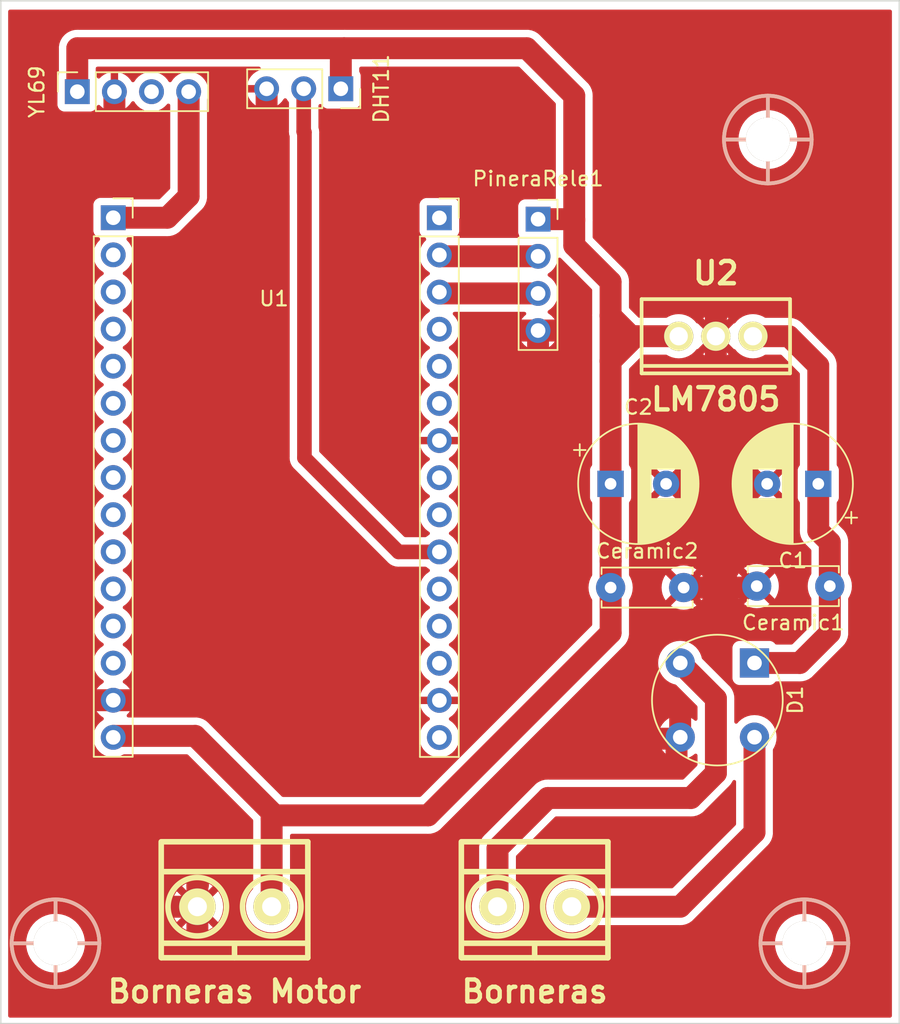
<source format=kicad_pcb>
(kicad_pcb (version 20211014) (generator pcbnew)
  (title_block (title "Blumentoph") (date "2022-05-06"))
  (layers (0 "F.Cu" signal) (31 "B.Cu" signal) (34 "B.Paste" user) (35 "F.Paste" user) (36 "B.SilkS" user "B.Silkscreen") (37 "F.SilkS" user "F.Silkscreen") (38 "B.Mask" user) (39 "F.Mask" user) (44 "Edge.Cuts" user))
  (net 0 "")
  (net 1 "Net-(D1-Pad2)")
  (net 2 "GPIO4")
  (net 3 "A0")
  (net 4 "GND")
  (net 5 "+5V")
  (net 6 "Net-(D1-Pad4)")
  (net 7 "Net-(DHT11-Pad2)")
  (net 8 "Net-(C1-Pad1)")
  (net 22 "GPIO5")
  (footprint "EESTN5:Separador_M3_10mm" (layer "F.Cu") (at 181 115.5)
    (fp_text reference "Agujeros_de_Sujecion1" hide)
    (fp_text value "Mounting_Hole" hide)
    (fp_line (start -3 0) (end 3 0) (layer "B.SilkS") (width 0.254))
    (fp_line (start 0 -3) (end 0 3) (layer "B.SilkS") (width 0.254))
    (fp_circle (center 0 0) (end 3 0) (layer "B.SilkS") (width 0.254) (fill none))
    (fp_line (start 0 -3) (end 0 3) (layer "F.SilkS") (width 0.254))
    (fp_line (start -3 0) (end 3 0) (layer "F.SilkS") (width 0.254))
    (fp_circle (center 0 0) (end 3 0) (layer "F.SilkS") (width 0.254) (fill none))
    (pad "1" thru_hole circle locked (at 0 0) (size 3 3) (drill 3) (layers *.Cu "F.SilkS"))
  )
  (footprint "Connector_PinSocket_2.54mm:PinSocket_1x04_P2.54mm_Vertical" (layer "F.Cu") (at 131.24 57.225 90)
    (fp_text reference "YL69" (at 0 -2.77 90) (layer "F.SilkS"))
    (fp_text value "YL69")
    (fp_line (start 0 -1.33) (end 1.33 -1.33) (layer "F.SilkS") (width 0.12))
    (fp_line (start 1.33 1.27) (end 1.33 8.95) (layer "F.SilkS") (width 0.12))
    (fp_line (start -1.33 1.27) (end -1.33 8.95) (layer "F.SilkS") (width 0.12))
    (fp_line (start -1.33 8.95) (end 1.33 8.95) (layer "F.SilkS") (width 0.12))
    (fp_line (start -1.33 1.27) (end 1.33 1.27) (layer "F.SilkS") (width 0.12))
    (fp_line (start 1.33 -1.33) (end 1.33 0) (layer "F.SilkS") (width 0.12))
    (pad "1" thru_hole rect (at 0 0 90) (size 1.7 1.7) (drill 1) (layers *.Cu *.Mask) (net 5 "+5V"))
    (pad "2" thru_hole oval (at 0 2.54 90) (size 1.7 1.7) (drill 1) (layers *.Cu *.Mask) (net 4 "GND"))
    (pad "3" thru_hole oval (at 0 5.08 90) (size 1.7 1.7) (drill 1) (layers *.Cu *.Mask))
    (pad "4" thru_hole oval (at 0 7.62 90) (size 1.7 1.7) (drill 1) (layers *.Cu *.Mask) (net 3 "A0"))
  )
  (footprint "EESTN6:BORNERA2_AZUL" (layer "F.Cu") (at 162.54 113)
    (fp_text reference "J1" hide)
    (fp_text value "Borneras" (at 0 5.8) (layer "F.SilkS") (effects (font (size 1.5 1.5) (thickness 0.3))))
    (fp_line (start 5.0165 3.4925) (end 5.0165 -4.445) (layer "F.SilkS") (width 0.381))
    (fp_line (start -5 2.5) (end 5 2.5) (layer "F.SilkS") (width 0.381))
    (fp_line (start -4.9835 3.4925) (end 5.0165 3.4925) (layer "F.SilkS") (width 0.381))
    (fp_line (start -5.0165 -4.445) (end -5.0165 3.4925) (layer "F.SilkS") (width 0.381))
    (fp_line (start -5 -2.4) (end 5 -2.4) (layer "F.SilkS") (width 0.381))
    (fp_line (start 0 2.54) (end 0 3.4845) (layer "F.SilkS") (width 0.381))
    (fp_line (start 5.0165 -4.445) (end -4.9835 -4.445) (layer "F.SilkS") (width 0.381))
    (fp_circle (center 2.55 0) (end 0.55 0) (layer "F.SilkS") (width 0.381) (fill none))
    (fp_circle (center -2.55 0) (end -0.55 0) (layer "F.SilkS") (width 0.381) (fill none))
    (pad "1" thru_hole circle locked (at -2.54 0) (size 2.5 2.5) (drill 1.3) (layers *.Cu *.Mask "F.SilkS") (net 1 "Net-(D1-Pad2)"))
    (pad "2" thru_hole circle locked (at 2.54 0) (size 2.5 2.5) (drill 1.3) (layers *.Cu *.Mask "F.SilkS") (net 6 "Net-(D1-Pad4)"))
  )
  (footprint "Capacitor_THT:C_Disc_D6.0mm_W2.5mm_P5.00mm" (layer "F.Cu") (at 167.74 91.16)
    (fp_text reference "Ceramic2" (at 2.5 -2.5) (layer "F.SilkS"))
    (fp_text value "100n")
    (fp_line (start -0.62 -1.37) (end -0.62 -0.925) (layer "F.SilkS") (width 0.12))
    (fp_line (start 5.62 0.925) (end 5.62 1.37) (layer "F.SilkS") (width 0.12))
    (fp_line (start 5.62 -1.37) (end 5.62 -0.925) (layer "F.SilkS") (width 0.12))
    (fp_line (start -0.62 1.37) (end 5.62 1.37) (layer "F.SilkS") (width 0.12))
    (fp_line (start -0.62 0.925) (end -0.62 1.37) (layer "F.SilkS") (width 0.12))
    (fp_line (start -0.62 -1.37) (end 5.62 -1.37) (layer "F.SilkS") (width 0.12))
    (pad "2" thru_hole circle locked (at 0 0) (size 2 2) (drill 0.8) (layers *.Cu *.Mask) (net 5 "+5V"))
    (pad "2" thru_hole circle locked (at 5 0) (size 2 2) (drill 0.8) (layers *.Cu *.Mask) (net 4 "GND"))
  )
  (footprint "EESTN6:Diode_Bridge_Round_D8.9mm" (layer "F.Cu") (at 175.046326 98.86 -90)
    (fp_text reference "D1" (at 0 -5.334 90) (layer "F.SilkS"))
    (fp_text value "Puente de Diodos" hide)
    (fp_arc (start -2.54 -3.683) (mid 2.54 3.683) (end -2.54 -3.683) (layer "F.SilkS") (width 0.12))
    (pad "1" thru_hole rect locked (at -2.54 -2.54 270) (size 2 2) (drill 1) (layers *.Cu *.Mask) (net 8 "Net-(C1-Pad1)"))
    (pad "2" thru_hole oval locked (at -2.54 2.54 270) (size 2 2) (drill 1) (layers *.Cu *.Mask) (net 1 "Net-(D1-Pad2)"))
    (pad "3" thru_hole oval locked (at 2.54 2.54 270) (size 2 2) (drill 1) (layers *.Cu *.Mask) (net 4 "GND"))
    (pad "4" thru_hole oval locked (at 2.54 -2.54 270) (size 2 2) (drill 1) (layers *.Cu *.Mask) (net 6 "Net-(D1-Pad4)"))
  )
  (footprint "EESTN5:Separador_M3_10mm" (layer "F.Cu") (at 178.5 60.5)
    (fp_text reference "Agujeros_de_Sujecion3" hide)
    (fp_text value "Mounting_Hole" hide)
    (fp_line (start -3 0) (end 3 0) (layer "B.SilkS") (width 0.254))
    (fp_line (start 0 -3) (end 0 3) (layer "B.SilkS") (width 0.254))
    (fp_circle (center 0 0) (end 3 0) (layer "B.SilkS") (width 0.254) (fill none))
    (fp_line (start 0 -3) (end 0 3) (layer "F.SilkS") (width 0.254))
    (fp_line (start -3 0) (end 3 0) (layer "F.SilkS") (width 0.254))
    (fp_circle (center 0 0) (end 3 0) (layer "F.SilkS") (width 0.254) (fill none))
    (pad "1" thru_hole circle locked (at 0 0) (size 3 3) (drill 3) (layers *.Cu "F.SilkS"))
  )
  (footprint "Capacitor_THT:CP_Radial_D8.0mm_P3.50mm" (layer "F.Cu") (at 181.952651 84.06 180)
    (fp_text reference "C1" (at 1.75 -5.25) (layer "F.SilkS"))
    (fp_text value "220u")
    (fp_line (start 3.951 -3.444) (end 3.951 -1.04) (layer "F.SilkS") (width 0.12))
    (fp_line (start 3.071 1.04) (end 3.071 3.863) (layer "F.SilkS") (width 0.12))
    (fp_line (start 4.511 -3.019) (end 4.511 -1.04) (layer "F.SilkS") (width 0.12))
    (fp_line (start 2.27 -4.048) (end 2.27 4.048) (layer "F.SilkS") (width 0.12))
    (fp_line (start 3.391 -3.74) (end 3.391 -1.04) (layer "F.SilkS") (width 0.12))
    (fp_line (start 2.39 -4.03) (end 2.39 4.03) (layer "F.SilkS") (width 0.12))
    (fp_line (start 4.511 1.04) (end 4.511 3.019) (layer "F.SilkS") (width 0.12))
    (fp_line (start 5.231 -2.166) (end 5.231 2.166) (layer "F.SilkS") (width 0.12))
    (fp_line (start 3.431 1.04) (end 3.431 3.722) (layer "F.SilkS") (width 0.12))
    (fp_line (start 4.471 -3.055) (end 4.471 -1.04) (layer "F.SilkS") (width 0.12))
    (fp_line (start 2.791 -3.947) (end 2.791 -1.04) (layer "F.SilkS") (width 0.12))
    (fp_line (start 4.951 -2.556) (end 4.951 2.556) (layer "F.SilkS") (width 0.12))
    (fp_line (start 5.471 -1.731) (end 5.471 1.731) (layer "F.SilkS") (width 0.12))
    (fp_line (start 4.271 -3.22) (end 4.271 -1.04) (layer "F.SilkS") (width 0.12))
    (fp_line (start 4.551 -2.983) (end 4.551 2.983) (layer "F.SilkS") (width 0.12))
    (fp_line (start 4.311 -3.189) (end 4.311 -1.04) (layer "F.SilkS") (width 0.12))
    (fp_line (start 2.991 -3.889) (end 2.991 -1.04) (layer "F.SilkS") (width 0.12))
    (fp_line (start 3.311 1.04) (end 3.311 3.774) (layer "F.SilkS") (width 0.12))
    (fp_line (start 5.631 -1.346) (end 5.631 1.346) (layer "F.SilkS") (width 0.12))
    (fp_line (start 5.111 -2.345) (end 5.111 2.345) (layer "F.SilkS") (width 0.12))
    (fp_line (start 4.191 1.04) (end 4.191 3.28) (layer "F.SilkS") (width 0.12))
    (fp_line (start 2.511 -4.01) (end 2.511 -1.04) (layer "F.SilkS") (width 0.12))
    (fp_line (start 3.111 -3.85) (end 3.111 -1.04) (layer "F.SilkS") (width 0.12))
    (fp_line (start 3.431 -3.722) (end 3.431 -1.04) (layer "F.SilkS") (width 0.12))
    (fp_line (start 3.551 -3.666) (end 3.551 -1.04) (layer "F.SilkS") (width 0.12))
    (fp_line (start 2.751 -3.957) (end 2.751 -1.04) (layer "F.SilkS") (width 0.12))
    (fp_line (start 3.471 -3.704) (end 3.471 -1.04) (layer "F.SilkS") (width 0.12))
    (fp_line (start 3.031 1.04) (end 3.031 3.877) (layer "F.SilkS") (width 0.12))
    (fp_line (start 4.031 1.04) (end 4.031 3.392) (layer "F.SilkS") (width 0.12))
    (fp_line (start -2.259698 -2.715) (end -2.259698 -1.915) (layer "F.SilkS") (width 0.12))
    (fp_line (start 3.711 -3.584) (end 3.711 -1.04) (layer "F.SilkS") (width 0.12))
    (fp_line (start 4.151 1.04) (end 4.151 3.309) (layer "F.SilkS") (width 0.12))
    (fp_line (start 2.871 1.04) (end 2.871 3.925) (layer "F.SilkS") (width 0.12))
    (fp_line (start 4.831 -2.697) (end 4.831 2.697) (layer "F.SilkS") (width 0.12))
    (fp_line (start 3.991 1.04) (end 3.991 3.418) (layer "F.SilkS") (width 0.12))
    (fp_line (start 4.351 1.04) (end 4.351 3.156) (layer "F.SilkS") (width 0.12))
    (fp_line (start 1.83 -4.08) (end 1.83 4.08) (layer "F.SilkS") (width 0.12))
    (fp_line (start 4.591 -2.945) (end 4.591 2.945) (layer "F.SilkS") (width 0.12))
    (fp_line (start 3.751 1.04) (end 3.751 3.562) (layer "F.SilkS") (width 0.12))
    (fp_line (start 3.911 1.04) (end 3.911 3.469) (layer "F.SilkS") (width 0.12))
    (fp_line (start 4.631 -2.907) (end 4.631 2.907) (layer "F.SilkS") (width 0.12))
    (fp_line (start 3.591 -3.647) (end 3.591 -1.04) (layer "F.SilkS") (width 0.12))
    (fp_line (start 4.871 -2.651) (end 4.871 2.651) (layer "F.SilkS") (width 0.12))
    (fp_line (start 4.751 -2.784) (end 4.751 2.784) (layer "F.SilkS") (width 0.12))
    (fp_line (start 2.711 -3.967) (end 2.711 -1.04) (layer "F.SilkS") (width 0.12))
    (fp_line (start 3.831 1.04) (end 3.831 3.517) (layer "F.SilkS") (width 0.12))
    (fp_line (start 2.591 -3.994) (end 2.591 -1.04) (layer "F.SilkS") (width 0.12))
    (fp_line (start 5.351 -1.964) (end 5.351 1.964) (layer "F.SilkS") (width 0.12))
    (fp_line (start 3.151 1.04) (end 3.151 3.835) (layer "F.SilkS") (width 0.12))
    (fp_line (start 3.991 -3.418) (end 3.991 -1.04) (layer "F.SilkS") (width 0.12))
    (fp_line (start 3.511 1.04) (end 3.511 3.686) (layer "F.SilkS") (width 0.12))
    (fp_line (start 3.671 1.04) (end 3.671 3.606) (layer "F.SilkS") (width 0.12))
    (fp_line (start 1.79 -4.08) (end 1.79 4.08) (layer "F.SilkS") (width 0.12))
    (fp_line (start 4.991 -2.505) (end 4.991 2.505) (layer "F.SilkS") (width 0.12))
    (fp_line (start 1.95 -4.076) (end 1.95 4.076) (layer "F.SilkS") (width 0.12))
    (fp_line (start 4.431 1.04) (end 4.431 3.09) (layer "F.SilkS") (width 0.12))
    (fp_line (start 3.791 -3.54) (end 3.791 -1.04) (layer "F.SilkS") (width 0.12))
    (fp_line (start 2.911 1.04) (end 2.911 3.914) (layer "F.SilkS") (width 0.12))
    (fp_line (start 2.03 -4.071) (end 2.03 4.071) (layer "F.SilkS") (width 0.12))
    (fp_line (start 2.591 1.04) (end 2.591 3.994) (layer "F.SilkS") (width 0.12))
    (fp_line (start 2.831 1.04) (end 2.831 3.936) (layer "F.SilkS") (width 0.12))
    (fp_line (start 5.591 -1.453) (end 5.591 1.453) (layer "F.SilkS") (width 0.12))
    (fp_line (start 4.911 -2.604) (end 4.911 2.604) (layer "F.SilkS") (width 0.12))
    (fp_line (start 2.631 1.04) (end 2.631 3.985) (layer "F.SilkS") (width 0.12))
    (fp_line (start 3.871 1.04) (end 3.871 3.493) (layer "F.SilkS") (width 0.12))
    (fp_line (start 3.471 1.04) (end 3.471 3.704) (layer "F.SilkS") (width 0.12))
    (fp_line (start 4.071 -3.365) (end 4.071 -1.04) (layer "F.SilkS") (width 0.12))
    (fp_line (start 2.711 1.04) (end 2.711 3.967) (layer "F.SilkS") (width 0.12))
    (fp_line (start 5.511 -1.645) (end 5.511 1.645) (layer "F.SilkS") (width 0.12))
    (fp_line (start 5.311 -2.034) (end 5.311 2.034) (layer "F.SilkS") (width 0.12))
    (fp_line (start 2.23 -4.052) (end 2.23 4.052) (layer "F.SilkS") (width 0.12))
    (fp_line (start 2.951 1.04) (end 2.951 3.902) (layer "F.SilkS") (width 0.12))
    (fp_line (start 4.111 1.04) (end 4.111 3.338) (layer "F.SilkS") (width 0.12))
    (fp_line (start 2.951 -3.902) (end 2.951 -1.04) (layer "F.SilkS") (width 0.12))
    (fp_line (start 4.191 -3.28) (end 4.191 -1.04) (layer "F.SilkS") (width 0.12))
    (fp_line (start 3.351 1.04) (end 3.351 3.757) (layer "F.SilkS") (width 0.12))
    (fp_line (start 2.631 -3.985) (end 2.631 -1.04) (layer "F.SilkS") (width 0.12))
    (fp_line (start 4.711 -2.826) (end 4.711 2.826) (layer "F.SilkS") (width 0.12))
    (fp_line (start 4.391 1.04) (end 4.391 3.124) (layer "F.SilkS") (width 0.12))
    (fp_line (start 3.351 -3.757) (end 3.351 -1.04) (layer "F.SilkS") (width 0.12))
    (fp_line (start 5.031 -2.454) (end 5.031 2.454) (layer "F.SilkS") (width 0.12))
    (fp_line (start 3.231 1.04) (end 3.231 3.805) (layer "F.SilkS") (width 0.12))
    (fp_line (start 3.671 -3.606) (end 3.671 -1.04) (layer "F.SilkS") (width 0.12))
    (fp_line (start 4.311 1.04) (end 4.311 3.189) (layer "F.SilkS") (width 0.12))
    (fp_line (start 1.91 -4.077) (end 1.91 4.077) (layer "F.SilkS") (width 0.12))
    (fp_line (start 5.391 -1.89) (end 5.391 1.89) (layer "F.SilkS") (width 0.12))
    (fp_line (start 2.751 1.04) (end 2.751 3.957) (layer "F.SilkS") (width 0.12))
    (fp_line (start 5.071 -2.4) (end 5.071 2.4) (layer "F.SilkS") (width 0.12))
    (fp_line (start 3.831 -3.517) (end 3.831 -1.04) (layer "F.SilkS") (width 0.12))
    (fp_line (start 4.031 -3.392) (end 4.031 -1.04) (layer "F.SilkS") (width 0.12))
    (fp_line (start 4.671 -2.867) (end 4.671 2.867) (layer "F.SilkS") (width 0.12))
    (fp_line (start 4.111 -3.338) (end 4.111 -1.04) (layer "F.SilkS") (width 0.12))
    (fp_line (start 5.831 -0.533) (end 5.831 0.533) (layer "F.SilkS") (width 0.12))
    (fp_line (start 4.391 -3.124) (end 4.391 -1.04) (layer "F.SilkS") (width 0.12))
    (fp_line (start 1.75 -4.08) (end 1.75 4.08) (layer "F.SilkS") (width 0.12))
    (fp_line (start 5.431 -1.813) (end 5.431 1.813) (layer "F.SilkS") (width 0.12))
    (fp_line (start 1.87 -4.079) (end 1.87 4.079) (layer "F.SilkS") (width 0.12))
    (fp_line (start 4.231 1.04) (end 4.231 3.25) (layer "F.SilkS") (width 0.12))
    (fp_line (start 5.191 -2.228) (end 5.191 2.228) (layer "F.SilkS") (width 0.12))
    (fp_line (start 2.43 -4.024) (end 2.43 4.024) (layer "F.SilkS") (width 0.12))
    (fp_line (start 3.231 -3.805) (end 3.231 -1.04) (layer "F.SilkS") (width 0.12))
    (fp_line (start 2.871 -3.925) (end 2.871 -1.04) (layer "F.SilkS") (width 0.12))
    (fp_line (start 2.671 -3.976) (end 2.671 -1.04) (layer "F.SilkS") (width 0.12))
    (fp_line (start 4.231 -3.25) (end 4.231 -1.04) (layer "F.SilkS") (width 0.12))
    (fp_line (start 3.511 -3.686) (end 3.511 -1.04) (layer "F.SilkS") (width 0.12))
    (fp_line (start 2.511 1.04) (end 2.511 4.01) (layer "F.SilkS") (width 0.12))
    (fp_line (start 2.35 -4.037) (end 2.35 4.037) (layer "F.SilkS") (width 0.12))
    (fp_line (start 4.071 1.04) (end 4.071 3.365) (layer "F.SilkS") (width 0.12))
    (fp_line (start 5.671 -1.229) (end 5.671 1.229) (layer "F.SilkS") (width 0.12))
    (fp_line (start 3.391 1.04) (end 3.391 3.74) (layer "F.SilkS") (width 0.12))
    (fp_line (start 3.791 1.04) (end 3.791 3.54) (layer "F.SilkS") (width 0.12))
    (fp_line (start 3.071 -3.863) (end 3.071 -1.04) (layer "F.SilkS") (width 0.12))
    (fp_line (start 2.19 -4.057) (end 2.19 4.057) (layer "F.SilkS") (width 0.12))
    (fp_line (start 5.711 -1.098) (end 5.711 1.098) (layer "F.SilkS") (width 0.12))
    (fp_line (start 4.431 -3.09) (end 4.431 -1.04) (layer "F.SilkS") (width 0.12))
    (fp_line (start 3.911 -3.469) (end 3.911 -1.04) (layer "F.SilkS") (width 0.12))
    (fp_line (start 5.151 -2.287) (end 5.151 2.287) (layer "F.SilkS") (width 0.12))
    (fp_line (start 2.831 -3.936) (end 2.831 -1.04) (layer "F.SilkS") (width 0.12))
    (fp_line (start 3.551 1.04) (end 3.551 3.666) (layer "F.SilkS") (width 0.12))
    (fp_line (start 3.711 1.04) (end 3.711 3.584) (layer "F.SilkS") (width 0.12))
    (fp_line (start 2.671 1.04) (end 2.671 3.976) (layer "F.SilkS") (width 0.12))
    (fp_line (start 2.471 1.04) (end 2.471 4.017) (layer "F.SilkS") (width 0.12))
    (fp_line (start 2.991 1.04) (end 2.991 3.889) (layer "F.SilkS") (width 0.12))
    (fp_line (start 2.07 -4.068) (end 2.07 4.068) (layer "F.SilkS") (width 0.12))
    (fp_line (start 2.551 -4.002) (end 2.551 -1.04) (layer "F.SilkS") (width 0.12))
    (fp_line (start 2.31 -4.042) (end 2.31 4.042) (layer "F.SilkS") (width 0.12))
    (fp_line (start 1.99 -4.074) (end 1.99 4.074) (layer "F.SilkS") (width 0.12))
    (fp_line (start 3.271 1.04) (end 3.271 3.79) (layer "F.SilkS") (width 0.12))
    (fp_line (start 2.791 1.04) (end 2.791 3.947) (layer "F.SilkS") (width 0.12))
    (fp_line (start 5.271 -2.102) (end 5.271 2.102) (layer "F.SilkS") (width 0.12))
    (fp_line (start 3.111 1.04) (end 3.111 3.85) (layer "F.SilkS") (width 0.12))
    (fp_line (start -2.659698 -2.315) (end -1.859698 -2.315) (layer "F.SilkS") (width 0.12))
    (fp_line (start 4.271 1.04) (end 4.271 3.22) (layer "F.SilkS") (width 0.12))
    (fp_line (start 4.151 -3.309) (end 4.151 -1.04) (layer "F.SilkS") (width 0.12))
    (fp_line (start 4.791 -2.741) (end 4.791 2.741) (layer "F.SilkS") (width 0.12))
    (fp_line (start 2.551 1.04) (end 2.551 4.002) (layer "F.SilkS") (width 0.12))
    (fp_line (start 2.11 -4.065) (end 2.11 4.065) (layer "F.SilkS") (width 0.12))
    (fp_line (start 5.551 -1.552) (end 5.551 1.552) (layer "F.SilkS") (width 0.12))
    (fp_line (start 3.591 1.04) (end 3.591 3.647) (layer "F.SilkS") (width 0.12))
    (fp_line (start 5.791 -0.768) (end 5.791 0.768) (layer "F.SilkS") (width 0.12))
    (fp_line (start 3.631 1.04) (end 3.631 3.627) (layer "F.SilkS") (width 0.12))
    (fp_line (start 3.871 -3.493) (end 3.871 -1.04) (layer "F.SilkS") (width 0.12))
    (fp_line (start 3.191 -3.821) (end 3.191 -1.04) (layer "F.SilkS") (width 0.12))
    (fp_line (start 2.471 -4.017) (end 2.471 -1.04) (layer "F.SilkS") (width 0.12))
    (fp_line (start 4.471 1.04) (end 4.471 3.055) (layer "F.SilkS") (width 0.12))
    (fp_line (start 4.351 -3.156) (end 4.351 -1.04) (layer "F.SilkS") (width 0.12))
    (fp_line (start 3.031 -3.877) (end 3.031 -1.04) (layer "F.SilkS") (width 0.12))
    (fp_line (start 3.271 -3.79) (end 3.271 -1.04) (layer "F.SilkS") (width 0.12))
    (fp_line (start 3.751 -3.562) (end 3.751 -1.04) (layer "F.SilkS") (width 0.12))
    (fp_line (start 2.15 -4.061) (end 2.15 4.061) (layer "F.SilkS") (width 0.12))
    (fp_line (start 3.631 -3.627) (end 3.631 -1.04) (layer "F.SilkS") (width 0.12))
    (fp_line (start 3.951 1.04) (end 3.951 3.444) (layer "F.SilkS") (width 0.12))
    (fp_line (start 3.151 -3.835) (end 3.151 -1.04) (layer "F.SilkS") (width 0.12))
    (fp_line (start 2.911 -3.914) (end 2.911 -1.04) (layer "F.SilkS") (width 0.12))
    (fp_line (start 3.311 -3.774) (end 3.311 -1.04) (layer "F.SilkS") (width 0.12))
    (fp_line (start 3.191 1.04) (end 3.191 3.821) (layer "F.SilkS") (width 0.12))
    (fp_line (start 5.751 -0.948) (end 5.751 0.948) (layer "F.SilkS") (width 0.12))
    (fp_circle (center 1.75 0) (end 5.87 0) (layer "F.SilkS") (width 0.12) (fill none))
    (pad "1" thru_hole rect locked (at 0 0 180) (size 1.8 1.8) (drill 0.8) (layers *.Cu *.Mask) (net 8 "Net-(C1-Pad1)"))
    (pad "2" thru_hole circle locked (at 3.5 0 180) (size 1.8 1.8) (drill 0.8) (layers *.Cu *.Mask) (net 4 "GND"))
  )
  (footprint "Capacitor_THT:CP_Radial_D8.0mm_P3.80mm" (layer "F.Cu") (at 167.737349 84.06)
    (fp_text reference "C2" (at 1.9 -5.25) (layer "F.SilkS"))
    (fp_text value "100u")
    (fp_line (start 3.581 -3.722) (end 3.581 -1.04) (layer "F.SilkS") (width 0.12))
    (fp_line (start 2.941 -3.947) (end 2.941 -1.04) (layer "F.SilkS") (width 0.12))
    (fp_line (start 3.421 -3.79) (end 3.421 -1.04) (layer "F.SilkS") (width 0.12))
    (fp_line (start 4.301 1.04) (end 4.301 3.309) (layer "F.SilkS") (width 0.12))
    (fp_line (start 5.341 -2.228) (end 5.341 2.228) (layer "F.SilkS") (width 0.12))
    (fp_line (start 4.301 -3.309) (end 4.301 -1.04) (layer "F.SilkS") (width 0.12))
    (fp_line (start 4.581 1.04) (end 4.581 3.09) (layer "F.SilkS") (width 0.12))
    (fp_line (start 3.421 1.04) (end 3.421 3.79) (layer "F.SilkS") (width 0.12))
    (fp_line (start 4.861 -2.826) (end 4.861 2.826) (layer "F.SilkS") (width 0.12))
    (fp_line (start 4.101 -3.444) (end 4.101 -1.04) (layer "F.SilkS") (width 0.12))
    (fp_line (start 3.581 1.04) (end 3.581 3.722) (layer "F.SilkS") (width 0.12))
    (fp_line (start 5.221 -2.4) (end 5.221 2.4) (layer "F.SilkS") (width 0.12))
    (fp_line (start -2.509698 -2.315) (end -1.709698 -2.315) (layer "F.SilkS") (width 0.12))
    (fp_line (start 5.901 -0.948) (end 5.901 0.948) (layer "F.SilkS") (width 0.12))
    (fp_line (start 3.621 1.04) (end 3.621 3.704) (layer "F.SilkS") (width 0.12))
    (fp_line (start 4.421 -3.22) (end 4.421 -1.04) (layer "F.SilkS") (width 0.12))
    (fp_line (start 4.021 1.04) (end 4.021 3.493) (layer "F.SilkS") (width 0.12))
    (fp_line (start 3.981 1.04) (end 3.981 3.517) (layer "F.SilkS") (width 0.12))
    (fp_line (start 2.26 -4.065) (end 2.26 4.065) (layer "F.SilkS") (width 0.12))
    (fp_line (start 3.501 -3.757) (end 3.501 -1.04) (layer "F.SilkS") (width 0.12))
    (fp_line (start 5.101 -2.556) (end 5.101 2.556) (layer "F.SilkS") (width 0.12))
    (fp_line (start 2.14 -4.074) (end 2.14 4.074) (layer "F.SilkS") (width 0.12))
    (fp_line (start 3.341 1.04) (end 3.341 3.821) (layer "F.SilkS") (width 0.12))
    (fp_line (start 4.741 1.04) (end 4.741 2.945) (layer "F.SilkS") (width 0.12))
    (fp_line (start 3.661 -3.686) (end 3.661 -1.04) (layer "F.SilkS") (width 0.12))
    (fp_line (start 3.181 1.04) (end 3.181 3.877) (layer "F.SilkS") (width 0.12))
    (fp_line (start 4.821 1.04) (end 4.821 2.867) (layer "F.SilkS") (width 0.12))
    (fp_line (start 2.621 -4.017) (end 2.621 4.017) (layer "F.SilkS") (width 0.12))
    (fp_line (start 2.58 -4.024) (end 2.58 4.024) (layer "F.SilkS") (width 0.12))
    (fp_line (start 5.701 -1.552) (end 5.701 1.552) (layer "F.SilkS") (width 0.12))
    (fp_line (start 3.701 1.04) (end 3.701 3.666) (layer "F.SilkS") (width 0.12))
    (fp_line (start 3.221 1.04) (end 3.221 3.863) (layer "F.SilkS") (width 0.12))
    (fp_line (start 4.381 -3.25) (end 4.381 -1.04) (layer "F.SilkS") (width 0.12))
    (fp_line (start 5.181 -2.454) (end 5.181 2.454) (layer "F.SilkS") (width 0.12))
    (fp_line (start 4.741 -2.945) (end 4.741 -1.04) (layer "F.SilkS") (width 0.12))
    (fp_line (start 3.941 -3.54) (end 3.941 -1.04) (layer "F.SilkS") (width 0.12))
    (fp_line (start 3.661 1.04) (end 3.661 3.686) (layer "F.SilkS") (width 0.12))
    (fp_line (start 4.061 1.04) (end 4.061 3.469) (layer "F.SilkS") (width 0.12))
    (fp_line (start 3.861 -3.584) (end 3.861 -1.04) (layer "F.SilkS") (width 0.12))
    (fp_line (start 3.061 -3.914) (end 3.061 -1.04) (layer "F.SilkS") (width 0.12))
    (fp_line (start 3.461 1.04) (end 3.461 3.774) (layer "F.SilkS") (width 0.12))
    (fp_line (start 3.821 1.04) (end 3.821 3.606) (layer "F.SilkS") (width 0.12))
    (fp_line (start 4.701 -2.983) (end 4.701 -1.04) (layer "F.SilkS") (width 0.12))
    (fp_line (start 5.301 -2.287) (end 5.301 2.287) (layer "F.SilkS") (width 0.12))
    (fp_line (start 4.181 1.04) (end 4.181 3.392) (layer "F.SilkS") (width 0.12))
    (fp_line (start 3.701 -3.666) (end 3.701 -1.04) (layer "F.SilkS") (width 0.12))
    (fp_line (start 4.261 -3.338) (end 4.261 -1.04) (layer "F.SilkS") (width 0.12))
    (fp_line (start 3.221 -3.863) (end 3.221 -1.04) (layer "F.SilkS") (width 0.12))
    (fp_line (start 4.461 1.04) (end 4.461 3.189) (layer "F.SilkS") (width 0.12))
    (fp_line (start 5.461 -2.034) (end 5.461 2.034) (layer "F.SilkS") (width 0.12))
    (fp_line (start 3.541 -3.74) (end 3.541 -1.04) (layer "F.SilkS") (width 0.12))
    (fp_line (start 5.861 -1.098) (end 5.861 1.098) (layer "F.SilkS") (width 0.12))
    (fp_line (start 4.501 -3.156) (end 4.501 -1.04) (layer "F.SilkS") (width 0.12))
    (fp_line (start 5.741 -1.453) (end 5.741 1.453) (layer "F.SilkS") (width 0.12))
    (fp_line (start 5.981 -0.533) (end 5.981 0.533) (layer "F.SilkS") (width 0.12))
    (fp_line (start 4.421 1.04) (end 4.421 3.22) (layer "F.SilkS") (width 0.12))
    (fp_line (start 2.1 -4.076) (end 2.1 4.076) (layer "F.SilkS") (width 0.12))
    (fp_line (start 5.421 -2.102) (end 5.421 2.102) (layer "F.SilkS") (width 0.12))
    (fp_line (start 2.781 -3.985) (end 2.781 -1.04) (layer "F.SilkS") (width 0.12))
    (fp_line (start 4.261 1.04) (end 4.261 3.338) (layer "F.SilkS") (width 0.12))
    (fp_line (start 4.341 1.04) (end 4.341 3.28) (layer "F.SilkS") (width 0.12))
    (fp_line (start 5.781 -1.346) (end 5.781 1.346) (layer "F.SilkS") (width 0.12))
    (fp_line (start 4.941 -2.741) (end 4.941 2.741) (layer "F.SilkS") (width 0.12))
    (fp_line (start 3.101 1.04) (end 3.101 3.902) (layer "F.SilkS") (width 0.12))
    (fp_line (start 5.061 -2.604) (end 5.061 2.604) (layer "F.SilkS") (width 0.12))
    (fp_line (start 3.301 -3.835) (end 3.301 -1.04) (layer "F.SilkS") (width 0.12))
    (fp_line (start 4.141 1.04) (end 4.141 3.418) (layer "F.SilkS") (width 0.12))
    (fp_line (start 3.381 -3.805) (end 3.381 -1.04) (layer "F.SilkS") (width 0.12))
    (fp_line (start 4.221 1.04) (end 4.221 3.365) (layer "F.SilkS") (width 0.12))
    (fp_line (start 3.181 -3.877) (end 3.181 -1.04) (layer "F.SilkS") (width 0.12))
    (fp_line (start 5.941 -0.768) (end 5.941 0.768) (layer "F.SilkS") (width 0.12))
    (fp_line (start 4.581 -3.09) (end 4.581 -1.04) (layer "F.SilkS") (width 0.12))
    (fp_line (start 4.901 -2.784) (end 4.901 2.784) (layer "F.SilkS") (width 0.12))
    (fp_line (start 2.821 -3.976) (end 2.821 -1.04) (layer "F.SilkS") (width 0.12))
    (fp_line (start 3.381 1.04) (end 3.381 3.805) (layer "F.SilkS") (width 0.12))
    (fp_line (start 3.261 1.04) (end 3.261 3.85) (layer "F.SilkS") (width 0.12))
    (fp_line (start 3.781 1.04) (end 3.781 3.627) (layer "F.SilkS") (width 0.12))
    (fp_line (start 2.941 1.04) (end 2.941 3.947) (layer "F.SilkS") (width 0.12))
    (fp_line (start 3.741 -3.647) (end 3.741 -1.04) (layer "F.SilkS") (width 0.12))
    (fp_line (start 3.981 -3.517) (end 3.981 -1.04) (layer "F.SilkS") (width 0.12))
    (fp_line (start 4.341 -3.28) (end 4.341 -1.04) (layer "F.SilkS") (width 0.12))
    (fp_line (start 4.821 -2.867) (end 4.821 -1.04) (layer "F.SilkS") (width 0.12))
    (fp_line (start 3.901 1.04) (end 3.901 3.562) (layer "F.SilkS") (width 0.12))
    (fp_line (start 4.141 -3.418) (end 4.141 -1.04) (layer "F.SilkS") (width 0.12))
    (fp_line (start 4.541 1.04) (end 4.541 3.124) (layer "F.SilkS") (width 0.12))
    (fp_line (start 4.461 -3.189) (end 4.461 -1.04) (layer "F.SilkS") (width 0.12))
    (fp_line (start 2.54 -4.03) (end 2.54 4.03) (layer "F.SilkS") (width 0.12))
    (fp_line (start 5.621 -1.731) (end 5.621 1.731) (layer "F.SilkS") (width 0.12))
    (fp_line (start 5.541 -1.89) (end 5.541 1.89) (layer "F.SilkS") (width 0.12))
    (fp_line (start 2.981 -3.936) (end 2.981 -1.04) (layer "F.SilkS") (width 0.12))
    (fp_line (start 1.9 -4.08) (end 1.9 4.08) (layer "F.SilkS") (width 0.12))
    (fp_line (start 5.261 -2.345) (end 5.261 2.345) (layer "F.SilkS") (width 0.12))
    (fp_line (start 2.5 -4.037) (end 2.5 4.037) (layer "F.SilkS") (width 0.12))
    (fp_line (start 2.3 -4.061) (end 2.3 4.061) (layer "F.SilkS") (width 0.12))
    (fp_line (start 5.501 -1.964) (end 5.501 1.964) (layer "F.SilkS") (width 0.12))
    (fp_line (start 3.861 1.04) (end 3.861 3.584) (layer "F.SilkS") (width 0.12))
    (fp_line (start 2.02 -4.079) (end 2.02 4.079) (layer "F.SilkS") (width 0.12))
    (fp_line (start 3.901 -3.562) (end 3.901 -1.04) (layer "F.SilkS") (width 0.12))
    (fp_line (start 3.341 -3.821) (end 3.341 -1.04) (layer "F.SilkS") (width 0.12))
    (fp_line (start 2.861 1.04) (end 2.861 3.967) (layer "F.SilkS") (width 0.12))
    (fp_line (start 2.981 1.04) (end 2.981 3.936) (layer "F.SilkS") (width 0.12))
    (fp_line (start 2.901 -3.957) (end 2.901 -1.04) (layer "F.SilkS") (width 0.12))
    (fp_line (start 5.661 -1.645) (end 5.661 1.645) (layer "F.SilkS") (width 0.12))
    (fp_line (start 4.381 1.04) (end 4.381 3.25) (layer "F.SilkS") (width 0.12))
    (fp_line (start 2.901 1.04) (end 2.901 3.957) (layer "F.SilkS") (width 0.12))
    (fp_line (start 3.101 -3.902) (end 3.101 -1.04) (layer "F.SilkS") (width 0.12))
    (fp_line (start 5.581 -1.813) (end 5.581 1.813) (layer "F.SilkS") (width 0.12))
    (fp_line (start 3.541 1.04) (end 3.541 3.74) (layer "F.SilkS") (width 0.12))
    (fp_line (start 4.781 -2.907) (end 4.781 -1.04) (layer "F.SilkS") (width 0.12))
    (fp_line (start 4.181 -3.392) (end 4.181 -1.04) (layer "F.SilkS") (width 0.12))
    (fp_line (start 4.101 1.04) (end 4.101 3.444) (layer "F.SilkS") (width 0.12))
    (fp_line (start 2.741 -3.994) (end 2.741 3.994) (layer "F.SilkS") (width 0.12))
    (fp_line (start 3.781 -3.627) (end 3.781 -1.04) (layer "F.SilkS") (width 0.12))
    (fp_line (start 2.38 -4.052) (end 2.38 4.052) (layer "F.SilkS") (width 0.12))
    (fp_line (start 4.541 -3.124) (end 4.541 -1.04) (layer "F.SilkS") (width 0.12))
    (fp_line (start 4.661 -3.019) (end 4.661 -1.04) (layer "F.SilkS") (width 0.12))
    (fp_line (start 3.941 1.04) (end 3.941 3.54) (layer "F.SilkS") (width 0.12))
    (fp_line (start 5.141 -2.505) (end 5.141 2.505) (layer "F.SilkS") (width 0.12))
    (fp_line (start -2.109698 -2.715) (end -2.109698 -1.915) (layer "F.SilkS") (width 0.12))
    (fp_line (start 3.501 1.04) (end 3.501 3.757) (layer "F.SilkS") (width 0.12))
    (fp_line (start 1.98 -4.08) (end 1.98 4.08) (layer "F.SilkS") (width 0.12))
    (fp_line (start 4.221 -3.365) (end 4.221 -1.04) (layer "F.SilkS") (width 0.12))
    (fp_line (start 2.661 -4.01) (end 2.661 4.01) (layer "F.SilkS") (width 0.12))
    (fp_line (start 2.22 -4.068) (end 2.22 4.068) (layer "F.SilkS") (width 0.12))
    (fp_line (start 3.141 1.04) (end 3.141 3.889) (layer "F.SilkS") (width 0.12))
    (fp_line (start 3.061 1.04) (end 3.061 3.914) (layer "F.SilkS") (width 0.12))
    (fp_line (start 4.021 -3.493) (end 4.021 -1.04) (layer "F.SilkS") (width 0.12))
    (fp_line (start 5.021 -2.651) (end 5.021 2.651) (layer "F.SilkS") (width 0.12))
    (fp_line (start 4.501 1.04) (end 4.501 3.156) (layer "F.SilkS") (width 0.12))
    (fp_line (start 2.42 -4.048) (end 2.42 4.048) (layer "F.SilkS") (width 0.12))
    (fp_line (start 3.301 1.04) (end 3.301 3.835) (layer "F.SilkS") (width 0.12))
    (fp_line (start 2.18 -4.071) (end 2.18 4.071) (layer "F.SilkS") (width 0.12))
    (fp_line (start 2.34 -4.057) (end 2.34 4.057) (layer "F.SilkS") (width 0.12))
    (fp_line (start 3.261 -3.85) (end 3.261 -1.04) (layer "F.SilkS") (width 0.12))
    (fp_line (start 1.94 -4.08) (end 1.94 4.08) (layer "F.SilkS") (width 0.12))
    (fp_line (start 4.621 1.04) (end 4.621 3.055) (layer "F.SilkS") (width 0.12))
    (fp_line (start 4.701 1.04) (end 4.701 2.983) (layer "F.SilkS") (width 0.12))
    (fp_line (start 4.621 -3.055) (end 4.621 -1.04) (layer "F.SilkS") (width 0.12))
    (fp_line (start 5.381 -2.166) (end 5.381 2.166) (layer "F.SilkS") (width 0.12))
    (fp_line (start 3.741 1.04) (end 3.741 3.647) (layer "F.SilkS") (width 0.12))
    (fp_line (start 4.661 1.04) (end 4.661 3.019) (layer "F.SilkS") (width 0.12))
    (fp_line (start 2.781 1.04) (end 2.781 3.985) (layer "F.SilkS") (width 0.12))
    (fp_line (start 2.46 -4.042) (end 2.46 4.042) (layer "F.SilkS") (width 0.12))
    (fp_line (start 4.061 -3.469) (end 4.061 -1.04) (layer "F.SilkS") (width 0.12))
    (fp_line (start 3.461 -3.774) (end 3.461 -1.04) (layer "F.SilkS") (width 0.12))
    (fp_line (start 2.821 1.04) (end 2.821 3.976) (layer "F.SilkS") (width 0.12))
    (fp_line (start 2.701 -4.002) (end 2.701 4.002) (layer "F.SilkS") (width 0.12))
    (fp_line (start 2.861 -3.967) (end 2.861 -1.04) (layer "F.SilkS") (width 0.12))
    (fp_line (start 3.621 -3.704) (end 3.621 -1.04) (layer "F.SilkS") (width 0.12))
    (fp_line (start 3.021 1.04) (end 3.021 3.925) (layer "F.SilkS") (width 0.12))
    (fp_line (start 2.06 -4.077) (end 2.06 4.077) (layer "F.SilkS") (width 0.12))
    (fp_line (start 4.981 -2.697) (end 4.981 2.697) (layer "F.SilkS") (width 0.12))
    (fp_line (start 5.821 -1.229) (end 5.821 1.229) (layer "F.SilkS") (width 0.12))
    (fp_line (start 4.781 1.04) (end 4.781 2.907) (layer "F.SilkS") (width 0.12))
    (fp_line (start 3.021 -3.925) (end 3.021 -1.04) (layer "F.SilkS") (width 0.12))
    (fp_line (start 3.821 -3.606) (end 3.821 -1.04) (layer "F.SilkS") (width 0.12))
    (fp_line (start 3.141 -3.889) (end 3.141 -1.04) (layer "F.SilkS") (width 0.12))
    (fp_circle (center 1.9 0) (end 6.02 0) (layer "F.SilkS") (width 0.12) (fill none))
    (pad "1" thru_hole rect locked (at 0 0) (size 1.8 1.8) (drill 0.8) (layers *.Cu *.Mask) (net 5 "+5V"))
    (pad "2" thru_hole circle locked (at 3.8 0) (size 1.8 1.8) (drill 0.8) (layers *.Cu *.Mask) (net 4 "GND"))
  )
  (footprint "Connector_PinSocket_2.54mm:PinSocket_1x03_P2.54mm_Vertical" (layer "F.Cu") (at 149.275 57.025 -90)
    (fp_text reference "DHT11" (at 0 -2.77 -270) (layer "F.SilkS"))
    (fp_text value "Conn_01X03")
    (fp_line (start 1.33 -1.33) (end 1.33 0) (layer "F.SilkS") (width 0.12))
    (fp_line (start -1.33 6.41) (end 1.33 6.41) (layer "F.SilkS") (width 0.12))
    (fp_line (start -1.33 1.27) (end -1.33 6.41) (layer "F.SilkS") (width 0.12))
    (fp_line (start 0 -1.33) (end 1.33 -1.33) (layer "F.SilkS") (width 0.12))
    (fp_line (start -1.33 1.27) (end 1.33 1.27) (layer "F.SilkS") (width 0.12))
    (fp_line (start 1.33 1.27) (end 1.33 6.41) (layer "F.SilkS") (width 0.12))
    (pad "1" thru_hole rect (at 0 0 270) (size 1.7 1.7) (drill 1) (layers *.Cu *.Mask) (net 5 "+5V"))
    (pad "2" thru_hole oval (at 0 2.54 270) (size 1.7 1.7) (drill 1) (layers *.Cu *.Mask) (net 7 "Net-(DHT11-Pad2)"))
    (pad "3" thru_hole oval (at 0 5.08 270) (size 1.7 1.7) (drill 1) (layers *.Cu *.Mask) (net 4 "GND"))
  )
  (footprint "Capacitor_THT:C_Disc_D6.0mm_W2.5mm_P5.00mm" (layer "F.Cu") (at 182.74 91.06 180)
    (fp_text reference "Ceramic1" (at 2.5 -2.5) (layer "F.SilkS"))
    (fp_text value "100n")
    (fp_line (start -0.62 -1.37) (end 5.62 -1.37) (layer "F.SilkS") (width 0.12))
    (fp_line (start 5.62 0.925) (end 5.62 1.37) (layer "F.SilkS") (width 0.12))
    (fp_line (start -0.62 1.37) (end 5.62 1.37) (layer "F.SilkS") (width 0.12))
    (fp_line (start -0.62 0.925) (end -0.62 1.37) (layer "F.SilkS") (width 0.12))
    (fp_line (start 5.62 -1.37) (end 5.62 -0.925) (layer "F.SilkS") (width 0.12))
    (fp_line (start -0.62 -1.37) (end -0.62 -0.925) (layer "F.SilkS") (width 0.12))
    (pad "1" thru_hole circle locked (at 0 0 180) (size 2 2) (drill 0.8) (layers *.Cu *.Mask) (net 8 "Net-(C1-Pad1)"))
    (pad "2" thru_hole circle locked (at 5 0 180) (size 2 2) (drill 0.8) (layers *.Cu *.Mask) (net 4 "GND"))
  )
  (footprint "Connector_PinSocket_2.54mm:PinSocket_1x04_P2.54mm_Vertical" (layer "F.Cu") (at 162.775 65.95)
    (fp_text reference "PineraRele1" (at 0 -2.77) (layer "F.SilkS"))
    (fp_text value "PineraRele")
    (fp_line (start -1.33 8.95) (end 1.33 8.95) (layer "F.SilkS") (width 0.12))
    (fp_line (start 0 -1.33) (end 1.33 -1.33) (layer "F.SilkS") (width 0.12))
    (fp_line (start 1.33 1.27) (end 1.33 8.95) (layer "F.SilkS") (width 0.12))
    (fp_line (start -1.33 1.27) (end -1.33 8.95) (layer "F.SilkS") (width 0.12))
    (fp_line (start 1.33 -1.33) (end 1.33 0) (layer "F.SilkS") (width 0.12))
    (fp_line (start -1.33 1.27) (end 1.33 1.27) (layer "F.SilkS") (width 0.12))
    (pad "1" thru_hole rect (at 0 0) (size 1.7 1.7) (drill 1) (layers *.Cu *.Mask) (net 5 "+5V"))
    (pad "2" thru_hole oval (at 0 2.54) (size 1.7 1.7) (drill 1) (layers *.Cu *.Mask) (net 22 "GPIO5"))
    (pad "3" thru_hole oval (at 0 5.08) (size 1.7 1.7) (drill 1) (layers *.Cu *.Mask) (net 2 "GPIO4"))
    (pad "4" thru_hole oval (at 0 7.62) (size 1.7 1.7) (drill 1) (layers *.Cu *.Mask) (net 4 "GND"))
  )
  (footprint "ÈSP6822:ESP6822" (layer "F.Cu") (at 142.7 63.39)
    (fp_text reference "U1" (at 2 8 unlocked) (layer "F.SilkS"))
    (fp_text value " ESP8266")
    (fp_line (start 13.32 1.14) (end 14.65 1.14) (layer "F.SilkS") (width 0.12))
    (fp_line (start -7.67 1.13) (end -7.67 2.46) (layer "F.SilkS") (width 0.12))
    (fp_line (start -10.33 39.35) (end -7.67 39.35) (layer "F.SilkS") (width 0.12))
    (fp_line (start -7.67 3.73) (end -7.67 39.35) (layer "F.SilkS") (width 0.12))
    (fp_line (start -9 1.13) (end -7.67 1.13) (layer "F.SilkS") (width 0.12))
    (fp_line (start 11.99 3.74) (end 14.65 3.74) (layer "F.SilkS") (width 0.12))
    (fp_line (start 14.65 3.74) (end 14.65 39.36) (layer "F.SilkS") (width 0.12))
    (fp_line (start -10.33 3.73) (end -10.33 39.35) (layer "F.SilkS") (width 0.12))
    (fp_line (start -10.33 3.73) (end -7.67 3.73) (layer "F.SilkS") (width 0.12))
    (fp_line (start 14.65 1.14) (end 14.65 2.47) (layer "F.SilkS") (width 0.12))
    (fp_line (start 11.99 3.74) (end 11.99 39.36) (layer "F.SilkS") (width 0.12))
    (fp_line (start 11.99 39.36) (end 14.65 39.36) (layer "F.SilkS") (width 0.12))
    (pad "1" thru_hole rect (at -9 2.46) (size 1.7 1.7) (drill 1) (layers *.Cu *.Mask) (net 3 "A0"))
    (pad "2" thru_hole oval (at -9 5) (size 1.7 1.7) (drill 1) (layers *.Cu *.Mask))
    (pad "3" thru_hole oval (at -9 7.54) (size 1.7 1.7) (drill 1) (layers *.Cu *.Mask))
    (pad "4" thru_hole oval (at -9 10.08) (size 1.7 1.7) (drill 1) (layers *.Cu *.Mask))
    (pad "5" thru_hole oval (at -9 12.62) (size 1.7 1.7) (drill 1) (layers *.Cu *.Mask))
    (pad "6" thru_hole oval (at -9 15.16) (size 1.7 1.7) (drill 1) (layers *.Cu *.Mask))
    (pad "7" thru_hole oval (at -9 17.7) (size 1.7 1.7) (drill 1) (layers *.Cu *.Mask))
    (pad "8" thru_hole oval (at -9 20.24) (size 1.7 1.7) (drill 1) (layers *.Cu *.Mask))
    (pad "9" thru_hole oval (at -9 22.78) (size 1.7 1.7) (drill 1) (layers *.Cu *.Mask))
    (pad "10" thru_hole oval (at -9 25.32) (size 1.7 1.7) (drill 1) (layers *.Cu *.Mask))
    (pad "11" thru_hole oval (at -9 27.86) (size 1.7 1.7) (drill 1) (layers *.Cu *.Mask))
    (pad "12" thru_hole oval (at -9 30.4) (size 1.7 1.7) (drill 1) (layers *.Cu *.Mask))
    (pad "13" thru_hole oval (at -9 32.94) (size 1.7 1.7) (drill 1) (layers *.Cu *.Mask))
    (pad "14" thru_hole oval (at -9 35.48) (size 1.7 1.7) (drill 1) (layers *.Cu *.Mask) (net 4 "GND"))
    (pad "15" thru_hole oval (at -9 38.02) (size 1.7 1.7) (drill 1) (layers *.Cu *.Mask) (net 5 "+5V"))
    (pad "16" thru_hole rect (at 13.32 2.47) (size 1.7 1.7) (drill 1) (layers *.Cu *.Mask))
    (pad "17" thru_hole oval (at 13.32 5.01) (size 1.7 1.7) (drill 1) (layers *.Cu *.Mask) (net 22 "GPIO5"))
    (pad "18" thru_hole oval (at 13.32 7.55) (size 1.7 1.7) (drill 1) (layers *.Cu *.Mask) (net 2 "GPIO4"))
    (pad "19" thru_hole oval (at 13.32 10.09) (size 1.7 1.7) (drill 1) (layers *.Cu *.Mask))
    (pad "20" thru_hole oval (at 13.32 12.63) (size 1.7 1.7) (drill 1) (layers *.Cu *.Mask))
    (pad "21" thru_hole oval (at 13.32 15.17) (size 1.7 1.7) (drill 1) (layers *.Cu *.Mask))
    (pad "22" thru_hole oval (at 13.32 17.71) (size 1.7 1.7) (drill 1) (layers *.Cu *.Mask) (net 4 "GND"))
    (pad "23" thru_hole oval (at 13.32 20.25) (size 1.7 1.7) (drill 1) (layers *.Cu *.Mask))
    (pad "24" thru_hole oval (at 13.32 22.79) (size 1.7 1.7) (drill 1) (layers *.Cu *.Mask))
    (pad "25" thru_hole oval (at 13.32 25.33) (size 1.7 1.7) (drill 1) (layers *.Cu *.Mask) (net 7 "Net-(DHT11-Pad2)"))
    (pad "26" thru_hole oval (at 13.32 27.87) (size 1.7 1.7) (drill 1) (layers *.Cu *.Mask))
    (pad "27" thru_hole oval (at 13.32 30.41) (size 1.7 1.7) (drill 1) (layers *.Cu *.Mask))
    (pad "28" thru_hole oval (at 13.32 32.95) (size 1.7 1.7) (drill 1) (layers *.Cu *.Mask))
    (pad "29" thru_hole oval (at 13.32 35.49) (size 1.7 1.7) (drill 1) (layers *.Cu *.Mask) (net 4 "GND"))
    (pad "30" thru_hole oval (at 13.32 38.03) (size 1.7 1.7) (drill 1) (layers *.Cu *.Mask))
  )
  (footprint "EESTN6:BORNERA2_AZUL" (layer "F.Cu") (at 142 113)
    (fp_text reference "J2" hide)
    (fp_text value "Borneras Motor" (at 0 5.8) (layer "F.SilkS") (effects (font (size 1.5 1.5) (thickness 0.3))))
    (fp_line (start -5.0165 -4.445) (end -5.0165 3.4925) (layer "F.SilkS") (width 0.381))
    (fp_line (start 5.0165 -4.445) (end -4.9835 -4.445) (layer "F.SilkS") (width 0.381))
    (fp_line (start -4.9835 3.4925) (end 5.0165 3.4925) (layer "F.SilkS") (width 0.381))
    (fp_line (start 5.0165 3.4925) (end 5.0165 -4.445) (layer "F.SilkS") (width 0.381))
    (fp_line (start -5 -2.4) (end 5 -2.4) (layer "F.SilkS") (width 0.381))
    (fp_line (start -5 2.5) (end 5 2.5) (layer "F.SilkS") (width 0.381))
    (fp_line (start 0 2.54) (end 0 3.4845) (layer "F.SilkS") (width 0.381))
    (fp_circle (center -2.55 0) (end -0.55 0) (layer "F.SilkS") (width 0.381) (fill none))
    (fp_circle (center 2.55 0) (end 0.55 0) (layer "F.SilkS") (width 0.381) (fill none))
    (pad "1" thru_hole circle locked (at -2.54 0) (size 2.5 2.5) (drill 1.3) (layers *.Cu *.Mask "F.SilkS") (net 4 "GND"))
    (pad "2" thru_hole circle locked (at 2.54 0) (size 2.5 2.5) (drill 1.3) (layers *.Cu *.Mask "F.SilkS") (net 5 "+5V"))
  )
  (footprint "EESTN5:Separador_M3_10mm" (layer "F.Cu") (at 129.75 115.5)
    (fp_text reference "Agujeros_de_Sujecion4" hide)
    (fp_text value "Mounting_Hole" hide)
    (fp_line (start 0 -3) (end 0 3) (layer "B.SilkS") (width 0.254))
    (fp_line (start -3 0) (end 3 0) (layer "B.SilkS") (width 0.254))
    (fp_circle (center 0 0) (end 3 0) (layer "B.SilkS") (width 0.254) (fill none))
    (fp_line (start -3 0) (end 3 0) (layer "F.SilkS") (width 0.254))
    (fp_line (start 0 -3) (end 0 3) (layer "F.SilkS") (width 0.254))
    (fp_circle (center 0 0) (end 3 0) (layer "F.SilkS") (width 0.254) (fill none))
    (pad "1" thru_hole circle locked (at 0 0) (size 3 3) (drill 3) (layers *.Cu "F.SilkS"))
  )
  (footprint "EESTN5:TO-220" (layer "F.Cu") (at 174.94 73.96 180)
    (fp_text reference "U2" (at 0 4.318) (layer "F.SilkS") (effects (font (size 1.524 1.524) (thickness 0.3048))))
    (fp_text value "LM7805" (at 0 -4.318) (layer "F.SilkS") (effects (font (size 1.524 1.524) (thickness 0.3048))))
    (fp_line (start -5.08 -2.032) (end 5.08 -2.032) (layer "F.SilkS") (width 0.254))
    (fp_line (start -5.08 -1.27) (end -5.08 2.54) (layer "F.SilkS") (width 0.254))
    (fp_line (start 5.08 -2.54) (end -5.08 -2.54) (layer "F.SilkS") (width 0.254))
    (fp_line (start -5.08 2.54) (end 5.08 2.54) (layer "F.SilkS") (width 0.254))
    (fp_line (start -5.08 -2.54) (end -5.08 -1.27) (layer "F.SilkS") (width 0.254))
    (fp_line (start 5.08 2.54) (end 5.08 -2.54) (layer "F.SilkS") (width 0.254))
    (pad "1" thru_hole circle locked (at -2.54 0 180) (size 2 2) (drill 1.24968) (layers *.Cu *.Mask "F.SilkS") (net 8 "Net-(C1-Pad1)"))
    (pad "2" thru_hole circle locked (at 0 0 180) (size 2 2) (drill 1.24968) (layers *.Cu *.Mask "F.SilkS") (net 4 "GND"))
    (pad "3" thru_hole circle locked (at 2.54 0 180) (size 2 2) (drill 1.24968) (layers *.Cu *.Mask "F.SilkS") (net 5 "+5V"))
  )
  (gr_line (start 187.5 121) (end 126 121) (layer "Edge.Cuts") (width 0.1))
  (gr_line (start 187.5 51) (end 187.5 121) (layer "Edge.Cuts") (width 0.1))
  (gr_line (start 126 121) (end 126 51) (layer "Edge.Cuts") (width 0.1))
  (gr_line (start 126 51) (end 187.5 51) (layer "Edge.Cuts") (width 0.1))
  (segment (start 173.24 105.56) (end 163.44 105.56) (width 1.5) (layer "F.Cu") (net 1))
  (segment (start 160 109) (end 160 113) (width 1.5) (layer "F.Cu") (net 1))
  (segment (start 173.24 105.56) (end 174.946326 103.853674) (width 1.5) (layer "F.Cu") (net 1))
  (segment (start 174.946326 98.76) (end 172.506326 96.32) (width 1.5) (layer "F.Cu") (net 1))
  (segment (start 163.44 105.56) (end 160 109) (width 1.5) (layer "F.Cu") (net 1))
  (segment (start 174.946326 103.853674) (end 174.946326 98.76) (width 1.5) (layer "F.Cu") (net 1))
  (segment (start 156.11 71.03) (end 156.02 70.94) (width 1.5) (layer "F.Cu") (net 2))
  (segment (start 162.775 71.03) (end 156.11 71.03) (width 1.5) (layer "F.Cu") (net 2))
  (segment (start 133.78 65.72) (end 133.75 65.75) (width 1) (layer "F.Cu") (net 3))
  (segment (start 138.86 57.225) (end 138.86 64.39) (width 1.5) (layer "F.Cu") (net 3))
  (segment (start 133.7 65.8) (end 133.75 65.75) (width 1) (layer "F.Cu") (net 3))
  (segment (start 137.4 65.85) (end 133.7 65.85) (width 1.5) (layer "F.Cu") (net 3))
  (segment (start 138.86 64.39) (end 137.4 65.85) (width 1.5) (layer "F.Cu") (net 3))
  (segment (start 133.78 57.225) (end 133.78 59.22) (width 1.5) (layer "F.Cu") (net 4))
  (segment (start 162.775 73.57) (end 162.775 75.275) (width 1.5) (layer "F.Cu") (net 4))
  (segment (start 133.7 98.87) (end 132.63 98.87) (width 1.5) (layer "F.Cu") (net 4))
  (segment (start 139.46 113) (end 139.46 114.96) (width 1.5) (layer "F.Cu") (net 4))
  (segment (start 133.7 98.87) (end 134.88 98.87) (width 1.5) (layer "F.Cu") (net 4))
  (segment (start 172.74 91.16) (end 177.64 91.16) (width 1.5) (layer "F.Cu") (net 4))
  (segment (start 172.406326 101.5) (end 171 101.5) (width 1.5) (layer "F.Cu") (net 4))
  (segment (start 172.5 101.393674) (end 172.506326 101.4) (width 1.5) (layer "F.Cu") (net 4))
  (segment (start 177.64 91.16) (end 177.74 91.06) (width 1.5) (layer "F.Cu") (net 4))
  (segment (start 171.537349 84.06) (end 174.94 84.06) (width 1.5) (layer "F.Cu") (net 4))
  (segment (start 137.5 113) (end 139.46 113) (width 1.5) (layer "F.Cu") (net 4))
  (segment (start 175 72.5) (end 174.94 72.56) (width 1.5) (layer "F.Cu") (net 4))
  (segment (start 172.5 100) (end 172.5 101.393674) (width 1.5) (layer "F.Cu") (net 4))
  (segment (start 174.94 73.96) (end 174.94 84.06) (width 1.5) (layer "F.Cu") (net 4))
  (segment (start 144.195 57.025) (end 144.195 58.945) (width 1.5) (layer "F.Cu") (net 4))
  (segment (start 139.5 111.5) (end 139.46 111.54) (width 1.5) (layer "F.Cu") (net 4))
  (segment (start 139.46 114.96) (end 139.5 115) (width 1.5) (layer "F.Cu") (net 4))
  (segment (start 162.775 73.57) (end 161.57 73.57) (width 1.5) (layer "F.Cu") (net 4))
  (segment (start 174.94 84.06) (end 178.452651 84.06) (width 1.5) (layer "F.Cu") (net 4))
  (segment (start 172.506326 101.4) (end 172.406326 101.5) (width 1.5) (layer "F.Cu") (net 4))
  (segment (start 174.94 73.96) (end 174.94 72.56) (width 1.5) (layer "F.Cu") (net 4))
  (segment (start 172.25 101.656326) (end 172.25 102.75) (width 1.5) (layer "F.Cu") (net 4))
  (segment (start 162.775 73.57) (end 163.93 73.57) (width 1.5) (layer "F.Cu") (net 4))
  (segment (start 139.46 113) (end 139.46 111.54) (width 1.5) (layer "F.Cu") (net 4))
  (segment (start 172.506326 101.4) (end 172.25 101.656326) (width 1.5) (layer "F.Cu") (net 4))
  (segment (start 167.74 84.062651) (end 167.737349 84.06) (width 1.5) (layer "F.Cu") (net 5))
  (segment (start 167.737349 75.662651) (end 167.737349 84.06) (width 1.5) (layer "F.Cu") (net 5))
  (segment (start 165.25 67.75) (end 167.737349 70.237349) (width 1.5) (layer "F.Cu") (net 5))
  (segment (start 131.25 54.25) (end 131.24 54.26) (width 1.5) (layer "F.Cu") (net 5))
  (segment (start 144.54 106.96) (end 144.54 113) (width 1.5) (layer "F.Cu") (net 5))
  (segment (start 149.275 57.025) (end 149.275 54.475) (width 1.5) (layer "F.Cu") (net 5))
  (segment (start 167.74 94.26) (end 155.25 106.75) (width 1.5) (layer "F.Cu") (net 5))
  (segment (start 167.737349 72.557349) (end 167.737349 70.237349) (width 1.5) (layer "F.Cu") (net 5))
  (segment (start 139.31 101.31) (end 133.75 101.31) (width 1.5) (layer "F.Cu") (net 5))
  (segment (start 149.275 54.475) (end 149.5 54.25) (width 1.5) (layer "F.Cu") (net 5))
  (segment (start 144.75 106.75) (end 139.31 101.31) (width 1.5) (layer "F.Cu") (net 5))
  (segment (start 169.44 73.96) (end 167.737349 75.662651) (width 1.5) (layer "F.Cu") (net 5))
  (segment (start 167.74 89.36) (end 167.74 84.062651) (width 1.5) (layer "F.Cu") (net 5))
  (segment (start 172.4 73.96) (end 169.44 73.96) (width 1.5) (layer "F.Cu") (net 5))
  (segment (start 167.737349 72.557349) (end 167.737349 75.662651) (width 1.5) (layer "F.Cu") (net 5))
  (segment (start 165.2 65.95) (end 165.25 66) (width 1.5) (layer "F.Cu") (net 5))
  (segment (start 165.25 66) (end 165.25 67.75) (width 1.5) (layer "F.Cu") (net 5))
  (segment (start 165.25 66) (end 165.25 57.5) (width 1.5) (layer "F.Cu") (net 5))
  (segment (start 169.14 73.96) (end 167.737349 72.557349) (width 1.5) (layer "F.Cu") (net 5))
  (segment (start 149.5 54.25) (end 131.25 54.25) (width 1.5) (layer "F.Cu") (net 5))
  (segment (start 162 54.25) (end 149.5 54.25) (width 1.5) (layer "F.Cu") (net 5))
  (segment (start 167.74 91.16) (end 167.74 89.36) (width 1.5) (layer "F.Cu") (net 5))
  (segment (start 131.24 54.26) (end 131.24 57.225) (width 1.5) (layer "F.Cu") (net 5))
  (segment (start 167.75 70.224698) (end 167.737349 70.237349) (width 1) (layer "F.Cu") (net 5))
  (segment (start 144.75 106.75) (end 144.54 106.96) (width 1.5) (layer "F.Cu") (net 5))
  (segment (start 155.25 106.75) (end 144.75 106.75) (width 1.5) (layer "F.Cu") (net 5))
  (segment (start 165.25 57.5) (end 162 54.25) (width 1.5) (layer "F.Cu") (net 5))
  (segment (start 162.775 65.95) (end 165.2 65.95) (width 1.5) (layer "F.Cu") (net 5))
  (segment (start 169.44 73.96) (end 169.14 73.96) (width 1.5) (layer "F.Cu") (net 5))
  (segment (start 167.74 91.16) (end 167.74 94.26) (width 1.5) (layer "F.Cu") (net 5))
  (segment (start 177.586326 101.4) (end 177.586326 107.913674) (width 1.5) (layer "F.Cu") (net 6))
  (segment (start 172.5 113) (end 165.08 113) (width 1.5) (layer "F.Cu") (net 6))
  (segment (start 177.586326 107.913674) (end 172.5 113) (width 1.5) (layer "F.Cu") (net 6))
  (segment (start 156.02 88.72) (end 153.22 88.72) (width 1) (layer "F.Cu") (net 7))
  (segment (start 146.785 60.005) (end 146.735 59.955) (width 1) (layer "F.Cu") (net 7))
  (segment (start 146.735 59.955) (end 146.735 57.025) (width 1) (layer "F.Cu") (net 7))
  (segment (start 153.22 88.72) (end 146.785 82.285) (width 1) (layer "F.Cu") (net 7))
  (segment (start 146.785 82.285) (end 146.785 60.005) (width 1) (layer "F.Cu") (net 7))
  (segment (start 182.74 91.06) (end 182.74 88.06) (width 1.5) (layer "F.Cu") (net 8))
  (segment (start 180.686326 96.32) (end 182.74 94.266326) (width 1.5) (layer "F.Cu") (net 8))
  (segment (start 181.952651 87.272651) (end 181.952651 84.06) (width 1.5) (layer "F.Cu") (net 8))
  (segment (start 182.74 94.266326) (end 182.74 91.06) (width 1.5) (layer "F.Cu") (net 8))
  (segment (start 177.586326 96.32) (end 180.686326 96.32) (width 1.5) (layer "F.Cu") (net 8))
  (segment (start 179.94 73.96) (end 181.952651 75.972651) (width 1.5) (layer "F.Cu") (net 8))
  (segment (start 182.78 91.1) (end 182.74 91.06) (width 1.5) (layer "F.Cu") (net 8))
  (segment (start 182.74 88.06) (end 181.952651 87.272651) (width 1.5) (layer "F.Cu") (net 8))
  (segment (start 181.952651 75.972651) (end 181.952651 84.06) (width 1.5) (layer "F.Cu") (net 8))
  (segment (start 177.48 73.96) (end 179.94 73.96) (width 1.5) (layer "F.Cu") (net 8))
  (segment (start 162.775 68.49) (end 156.11 68.49) (width 1.5) (layer "F.Cu") (net 22))
  (segment (start 156.11 68.49) (end 156.02 68.4) (width 1.5) (layer "F.Cu") (net 22))
  (zone (net 4) (net_name "GND") (layer "F.Cu") (connect_pads (clearance 0.508)) (min_thickness 0.254) (fill yes (thermal_gap 0.508) (thermal_bridge_width 0.508))
    (polygon (pts (xy 187.5 121) (xy 126 121) (xy 126 87) (xy 126 86) (xy 126 51) (xy 187.5 51)))
  )
)
</source>
